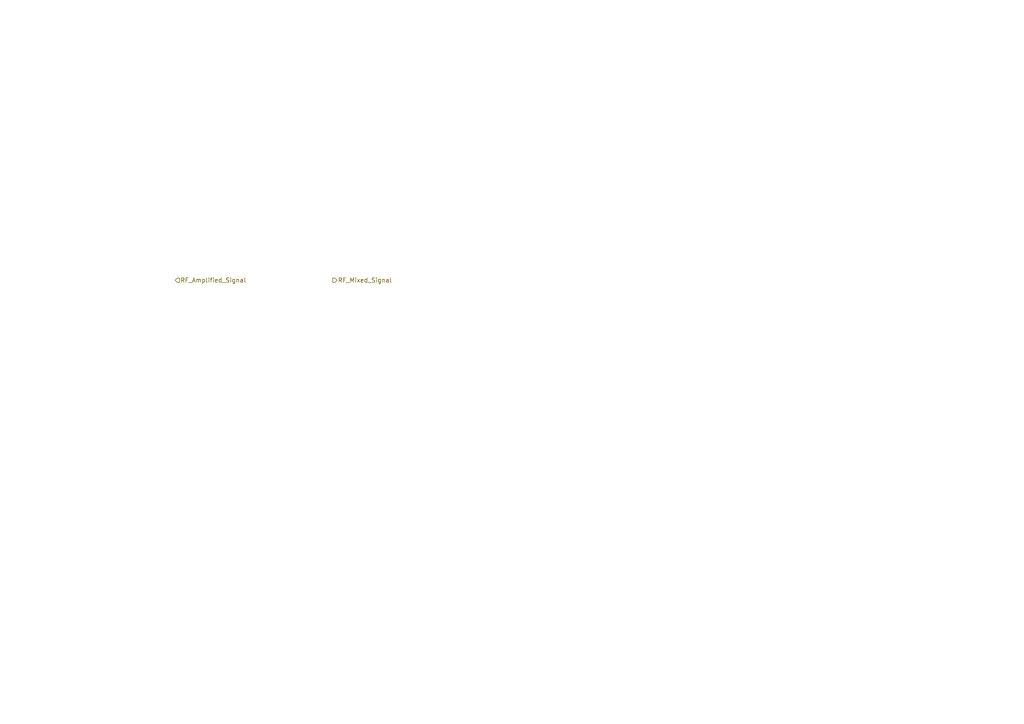
<source format=kicad_sch>
(kicad_sch
	(version 20250114)
	(generator "eeschema")
	(generator_version "9.0")
	(uuid "8e4a39cb-e5ee-4f47-b3b4-16e4b676e57a")
	(paper "A4")
	(lib_symbols)
	(hierarchical_label "RF_Amplified_Signal"
		(shape input)
		(at 50.8 81.28 0)
		(effects
			(font
				(size 1.27 1.27)
			)
			(justify left)
		)
		(uuid "486cab33-dcb3-4ad5-9702-3087dbdd8839")
	)
	(hierarchical_label "RF_Mixed_Signal"
		(shape output)
		(at 96.52 81.28 0)
		(effects
			(font
				(size 1.27 1.27)
			)
			(justify left)
		)
		(uuid "5368067e-8e71-43dc-9827-6819f7aa3a0b")
	)
)

</source>
